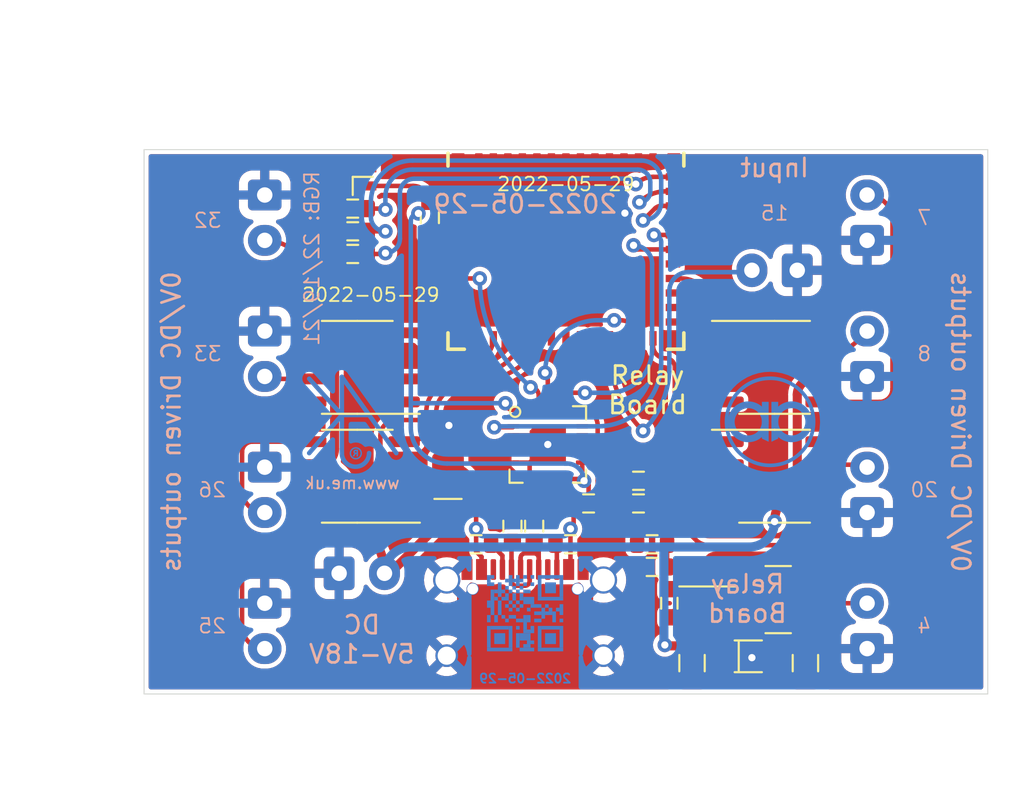
<source format=kicad_pcb>
(kicad_pcb (version 20211014) (generator pcbnew)
  (title_block (title "Bell box controller") (date "${DATE}") (rev "2") (company "Adrian Kennard, Andrews & Arnold Ltd"))
  (layers (0 "F.Cu" signal) (31 "B.Cu" signal) (34 "B.Paste" user) (35 "F.Paste" user) (36 "B.SilkS" user "B.Silkscreen") (37 "F.SilkS" user "F.Silkscreen") (38 "B.Mask" user) (39 "F.Mask" user) (44 "Edge.Cuts" user))
  (property "DATE" "2022-05-29")
  (net 0 "")
  (net 1 "GND")
  (net 2 "+3V3")
  (net 3 "VBUS")
  (net 4 "+12V")
  (net 6 "Net-(J1-PadA5)")
  (net 7 "Net-(J1-PadB5)")
  (net 9 "D-")
  (net 10 "D+")
  (net 11 "OUT1")
  (net 12 "OUT4")
  (net 13 "OUT3")
  (net 14 "O")
  (net 15 "I")
  (net 16 "OUT2")
  (net 24 "EN")
  (net 30 "BOOT")
  (net 31 "Net-(D1-Pad2)")
  (net 32 "Net-(D1-Pad3)")
  (net 33 "Net-(D1-Pad4)")
  (net 34 "OUT8")
  (net 35 "OUT7")
  (net 36 "OUT6")
  (net 37 "OUT5")
  (net 38 "O1")
  (net 39 "G")
  (net 40 "B")
  (net 41 "R")
  (net 42 "Net-(R2-Pad2)")
  (net 43 "O2")
  (net 48 "O5")
  (net 49 "O6")
  (net 51 "O3")
  (net 52 "O4")
  (net 55 "O7")
  (net 56 "O8")
  (net 60 "Net-(J1-PadA6)")
  (net 61 "Net-(J1-PadA7)")
  (net 62 "Net-(R11-Pad2)")
  (net 66 "I1")
  (footprint "RevK:Molex_MiniSPOX_H2RA" (layer "F.Cu") (at 88.15 41.75 -90)
    (fp_text reference "J4" hide)
    (fp_text value "O2")
  )
  (footprint "RevK:ESP32-PICO-MINI-02" (layer "F.Cu") (at 104.75 36)
    (fp_text reference "U1" hide)
    (fp_text value "ESP32-PICO-MINI-02")
  )
  (footprint "RevK:Hidden" (layer "F.Cu") (at 110.45 55.5 90)
    (fp_text reference "C2" hide)
    (fp_text value "0.1uF")
  )
  (footprint "RevK:QFN-20-1EP_4x4mm_P0.5mm_EP2.5x2.5mm" (layer "F.Cu") (at 103.75 46.75)
    (fp_text reference "U2" hide)
    (fp_text value "FT231XQ")
  )
  (footprint "RevK:Hidden" (layer "F.Cu") (at 111.7 58.8 90)
    (fp_text reference "C3" hide)
    (fp_text value "2.2uF")
  )
  (footprint "RevK:C_0603" (layer "F.Cu") (at 108.75 50)
    (fp_text reference "C1" hide)
    (fp_text value "0.1uF")
  )
  (footprint "RevK:R_0603" (layer "F.Cu") (at 105 52.25 180)
    (fp_text reference "R5" hide)
    (fp_text value "5K1")
  )
  (footprint "RevK:Hidden" (layer "F.Cu") (at 114.83 58.42)
    (fp_text reference "D3" hide)
    (fp_text value "Schottky")
  )
  (footprint "Package_SO:SO-8_3.9x4.9mm_P1.27mm" (layer "F.Cu") (at 116.25 42.5)
    (fp_text reference "U6" hide)
    (fp_text value "ISL89410")
  )
  (footprint "RevK:R_0603" (layer "F.Cu") (at 109.5 53.5)
    (fp_text reference "R12" hide)
    (fp_text value "30k 1% or NF")
  )
  (footprint "RevK:USC16-TR-Round" (layer "F.Cu") (at 102.5 60.5)
    (fp_text reference "J1" hide)
    (fp_text value "USB-C")
  )
  (footprint "RevK:Molex_MiniSPOX_H2RA" (layer "F.Cu") (at 88.15 34.25 -90)
    (fp_text reference "J3" hide)
    (fp_text value "O1")
  )
  (footprint "RevK:Hidden" (layer "F.Cu") (at 116.45 55.25)
    (fp_text reference "L1" hide)
    (fp_text value "6.8uH")
  )
  (footprint "RevK:R_0603" (layer "F.Cu") (at 109.5 52.25)
    (fp_text reference "R11" hide)
    (fp_text value "100k 1% or 0R")
  )
  (footprint "RevK:R_0603" (layer "F.Cu") (at 106 50)
    (fp_text reference "R2" hide)
    (fp_text value "4k7")
  )
  (footprint "Package_SO:SO-8_3.9x4.9mm_P1.27mm" (layer "F.Cu") (at 93.25 48.5 180)
    (fp_text reference "U5" hide)
    (fp_text value "ISL89410")
  )
  (footprint "RevK:Molex_MiniSPOX_H2RA" (layer "F.Cu") (at 121.35 34.25 90)
    (fp_text reference "J10" hide)
    (fp_text value "O8")
  )
  (footprint "RevK:D_1206" (layer "F.Cu") (at 98.25 49.25 90)
    (fp_text reference "D2" hide)
    (fp_text value "D")
  )
  (footprint "RevK:RegulatorBlockFB" (layer "F.Cu") (at 112.55 55.25)
    (fp_text reference "U7" hide)
    (fp_text value "LMR16006+FB")
  )
  (footprint "RevK:R_0603" (layer "F.Cu") (at 108.75 48.75)
    (fp_text reference "R3" hide)
    (fp_text value "10k")
  )
  (footprint "RevK:Molex_MiniSPOX_H2RA" (layer "F.Cu") (at 116.25 37.15 180)
    (fp_text reference "J11" hide)
    (fp_text value "O1")
  )
  (footprint "RevK:Molex_MiniSPOX_H2RA" (layer "F.Cu") (at 93.5 53.85)
    (fp_text reference "J2" hide)
    (fp_text value "POWER")
  )
  (footprint "RevK:R_0603" (layer "F.Cu") (at 93 35)
    (fp_text reference "R9" hide)
    (fp_text value "2K")
  )
  (footprint "RevK:Molex_MiniSPOX_H2RA" (layer "F.Cu") (at 88.15 56.75 -90)
    (fp_text reference "J6" hide)
    (fp_text value "O4")
  )
  (footprint "RevK:Molex_MiniSPOX_H2RA" (layer "F.Cu") (at 121.35 56.75 90)
    (fp_text reference "J7" hide)
    (fp_text value "O5")
  )
  (footprint "Package_SO:SO-8_3.9x4.9mm_P1.27mm" (layer "F.Cu") (at 116.25 48.5)
    (fp_text reference "U4" hide)
    (fp_text value "ISL89410")
  )
  (footprint "RevK:Molex_MiniSPOX_H2RA" (layer "F.Cu") (at 121.35 41.75 90)
    (fp_text reference "J9" hide)
    (fp_text value "O7")
  )
  (footprint "RevK:Molex_MiniSPOX_H2RA" (layer "F.Cu") (at 121.35 49.25 90)
    (fp_text reference "J8" hide)
    (fp_text value "O6")
  )
  (footprint "RevK:R_0603" (layer "F.Cu") (at 93 33.75)
    (fp_text reference "R8" hide)
    (fp_text value "680R")
  )
  (footprint "RevK:R_0603" (layer "F.Cu") (at 101.8 51.25 90)
    (fp_text reference "R6" hide)
    (fp_text value "27R")
  )
  (footprint "RevK:R_0603" (layer "F.Cu") (at 97.25 34.25 90)
    (fp_text reference "R1" hide)
    (fp_text value "10k")
  )
  (footprint "RevK:R_0603" (layer "F.Cu") (at 103 51.25 -90)
    (fp_text reference "R7" hide)
    (fp_text value "27R")
  )
  (footprint "RevK:LED-RGB-1.6x1.6" (layer "F.Cu") (at 93 32)
    (fp_text reference "D1" hide)
    (fp_text value "LED_RGBA")
  )
  (footprint "RevK:Molex_MiniSPOX_H2RA" (layer "F.Cu") (at 88.15 49.25 -90)
    (fp_text reference "J5" hide)
    (fp_text value "O3")
  )
  (footprint "RevK:R_0603" (layer "F.Cu") (at 99.8 52.25 180)
    (fp_text reference "R4" hide)
    (fp_text value "5K1")
  )
  (footprint "RevK:R_0603" (layer "F.Cu") (at 93 36.25)
    (fp_text reference "R10" hide)
    (fp_text value "220R")
  )
  (footprint "RevK:Hidden" (layer "F.Cu") (at 117.95 58.8 90)
    (fp_text reference "C4" hide)
    (fp_text value "10uF")
  )
  (footprint "Package_SO:SO-8_3.9x4.9mm_P1.27mm" (layer "F.Cu") (at 93.25 42.5 180)
    (fp_text reference "U3" hide)
    (fp_text value "ISL89410")
  )
  (footprint "RevK:AA" (layer "B.Cu") (at 116 45.5 180)
    (fp_text reference "U8" hide)
    (fp_text value "AA" hide)
  )
  (footprint "RevK:AJK" (layer "B.Cu") (at 92.4 45.125 180)
    (fp_text reference "AJK1" hide)
    (fp_text value "AJK" hide)
  )
  (footprint "RevK:QR-SS" (layer "B.Cu") (at 102.5 56.05 180)
    (fp_text reference "U9" hide)
    (fp_text value "QR" hide)
  )
  (gr_line (start 81.5 60.5) (end 81.5 30.5) (layer "Edge.Cuts") (width 0.05))
  (gr_line (start 81.5 60.5) (end 128 60.5) (layer "Edge.Cuts") (width 0.05))
  (gr_line (start 81.5 30.5) (end 128 30.5) (layer "Edge.Cuts") (width 0.05))
  (gr_line (start 128 30.5) (end 128 60.5) (layer "Edge.Cuts") (width 0.05))
  (gr_text "4" (at 124.5 56.75) (layer "B.SilkS") (effects (font (size 0.8 0.8) (thickness 0.1)) (justify mirror)))
  (gr_text "20" (at 124.5 49.25) (layer "B.SilkS") (effects (font (size 0.8 0.8) (thickness 0.1)) (justify mirror)))
  (gr_text "${DATE}" (at 102.5 33.5) (layer "B.SilkS") (effects (font (size 1 1)) (justify mirror)))
  (gr_text "0V/DC Driven outputs" (at 83 45.5 90) (layer "B.SilkS") (effects (font (size 1 1)) (justify mirror)))
  (gr_text "26" (at 85.25 49.25) (layer "B.SilkS") (effects (font (size 0.8 0.8) (thickness 0.1)) (justify mirror)))
  (gr_text "25" (at 85.25 56.75) (layer "B.SilkS") (effects (font (size 0.8 0.8) (thickness 0.1)) (justify mirror)))
  (gr_text "8" (at 124.5 41.75) (layer "B.SilkS") (effects (font (size 0.8 0.8) (thickness 0.1)) (justify mirror)))
  (gr_text "DC\n5V-18V" (at 93.5 57.5) (layer "B.SilkS") (effects (font (size 1 1)) (justify mirror)))
  (gr_text "15" (at 116.25 34) (layer "B.SilkS") (effects (font (size 0.8 0.8) (thickness 0.1)) (justify mirror)))
  (gr_text "RGB: 22/19/21" (at 90.75 36.5 90) (layer "B.SilkS") (effects (font (size 0.8 0.8) (thickness 0.1)) (justify mirror)))
  (gr_text "Relay\nBoard" (at 114.75 55.25) (layer "B.SilkS") (effects (font (size 1 1)) (justify mirror)))
  (gr_text "32" (at 85 34.4) (layer "B.SilkS") (effects (font (size 0.8 0.8) (thickness 0.1)) (justify mirror)))
  (gr_text "7" (at 124.5 34.25) (layer "B.SilkS") (effects (font (size 0.8 0.8) (thickness 0.1)) (justify mirror)))
  (gr_text "Input" (at 116.25 31.5) (layer "B.SilkS") (effects (font (size 1 1)) (justify mirror)))
  (gr_text "0V/DC Driven outputs" (at 126.5 45.5 270) (layer "B.SilkS") (effects (font (size 1 1)) (justify mirror)))
  (gr_text "33" (at 85 41.75) (layer "B.SilkS") (effects (font (size 0.8 0.8) (thickness 0.1)) (justify mirror)))
  (gr_text "${DATE}" (at 94 38.5) (layer "F.SilkS") (effects (font (size 0.75 0.75) (thickness 0.1))))
  (gr_text "Relay\nBoard" (at 109.25 43.75) (layer "F.SilkS") (effects (font (size 1 1))))
  (segment (start 101.85 47.75) (end 102.75 47.75) (width 0.25) (layer "F.Cu") (net 1))
  (segment (start 105.65 46.75) (end 103.75 46.75) (width 0.25) (layer "F.Cu") (net 1))
  (segment (start 101.85 47.25) (end 103.25 47.25) (width 0.25) (layer "F.Cu") (net 1))
  (segment (start 98.3 45.7) (end 96.354203 47.645797) (width 0.25) (layer "F.Cu") (net 1))
  (segment (start 102.75 48.65) (end 102.75 47.75) (width 0.25) (layer "F.Cu") (net 1))
  (segment (start 116.3125 58.42) (end 115.08 58.42) (width 0.5) (layer "F.Cu") (net 1))
  (segment (start 101.85 46.25) (end 103.25 46.25) (width 0.25) (layer "F.Cu") (net 1))
  (segment (start 101.85 46.75) (end 103.75 46.75) (width 0.25) (layer "F.Cu") (net 1))
  (segment (start 103.25 46.25) (end 103.75 46.75) (width 0.25) (layer "F.Cu") (net 1))
  (segment (start 102.75 47.75) (end 103.75 46.75) (width 0.25) (layer "F.Cu") (net 1))
  (via (at 115 58.5) (size 0.8) (drill 0.4) (layers "F.Cu" "B.Cu") (net 1))
  (via (at 108 34) (size 0.8) (drill 0.4) (layers "F.Cu" "B.Cu") (net 1))
  (via (at 98.3 45.7) (size 0.8) (drill 0.4) (layers "F.Cu" "B.Cu") (net 1))
  (via (at 103.75 46.75) (size 0.8) (drill 0.4) (layers "F.Cu" "B.Cu") (net 1))
  (arc (start 115.08 58.42) (mid 115.023431 58.443431) (end 115 58.5) (width 0.5) (layer "F.Cu") (net 1))
  (arc (start 96.354203 47.645797) (mid 96.111402 47.808031) (end 95.825 47.865) (width 0.25) (layer "F.Cu") (net 1))
  (segment (start 102.75 44.85) (end 101.85 44.85) (width 0.25) (layer "F.Cu") (net 2))
  (segment (start 108.675 50.7) (end 108.675 50.925) (width 0.25) (layer "F.Cu") (net 2))
  (segment (start 106.583217 50.975) (end 108.625 50.975) (width 0.25) (layer "F.Cu") (net 2))
  (segment (start 117.2 52.3) (end 112.624264 52.3) (width 0.25) (layer "F.Cu") (net 2))
  (segment (start 101.431962 44.573157) (end 101.431962 44.493551) (width 0.25) (layer "F.Cu") (net 2))
  (segment (start 97.20912 33.425) (end 96.620205 34.013915) (width 0.25) (layer "F.Cu") (net 2))
  (segment (start 105.65 47.25) (end 105.65 47.75) (width 0.25) (layer "F.Cu") (net 2))
  (segment (start 105.65 47.75) (end 105.65 48.65) (width 0.25) (layer "F.Cu") (net 2))
  (segment (start 98.85 33.6) (end 97.425 33.6) (width 0.25) (layer "F.Cu") (net 2))
  (segment (start 93.875 32.5) (end 96.325 32.5) (width 0.25) (layer "F.Cu") (net 2))
  (segment (start 118 55.25) (end 118 53.1) (width 0.25) (layer "F.Cu") (net 2))
  (segment (start 104.75 48.65) (end 105.65 48.65) (width 0.25) (layer "F.Cu") (net 2))
  (segment (start 101.431962 44.493551) (end 101.412911 44.4745) (width 0.25) (layer "F.Cu") (net 2))
  (segment (start 108.675 51.325) (end 108.675 52.25) (width 0.25) (layer "F.Cu") (net 2))
  (segment (start 108.675 50.925) (end 108.675 51.325) (width 0.25) (layer "F.Cu") (net 2))
  (segment (start 97.25 33.425) (end 97.20912 33.425) (width 0.25) (layer "F.Cu") (net 2))
  (segment (start 111.9 52) (end 111.7 51.8) (width 0.25) (layer "F.Cu") (net 2))
  (segment (start 106 49) (end 106 50.391783) (width 0.25) (layer "F.Cu") (net 2))
  (segment (start 108.75 51.4) (end 110.734315 51.4) (width 0.25) (layer "F.Cu") (net 2))
  (via (at 105.75 48.75) (size 0.8) (drill 0.4) (layers "F.Cu" "B.Cu") (net 2))
  (via (at 96.620205 34.013915) (size 0.8) (drill 0.4) (layers "F.Cu" "B.Cu") (net 2))
  (via (at 101.412911 44.4745) (size 0.8) (drill 0.4) (layers "F.Cu" "B.Cu") (net 2))
  (arc (start 101.85 44.85) (mid 101.599993 44.774161) (end 101.431962 44.573157) (width 0.25) (layer "F.Cu") (net 2))
  (arc (start 108.625 50.975) (mid 108.660355 50.960355) (end 108.675 50.925) (width 0.25) (layer "F.Cu") (net 2))
  (arc (start 106 50.391783) (mid 106.17082 50.80418) (end 106.583217 50.975) (width 0.25) (layer "F.Cu") (net 2))
  (arc (start 108.75 51.4) (mid 108.696967 51.378033) (end 108.675 51.325) (width 0.25) (layer "F.Cu") (net 2))
  (arc (start 105.65 48.65) (mid 105.679289 48.720711) (end 105.75 48.75) (width 0.25) (layer "F.Cu") (net 2))
  (arc (start 107.975 50) (mid 108.469975 50.205025) (end 108.675 50.7) (width 0.25) (layer "F.Cu") (net 2))
  (arc (start 117.95 55.3) (mid 117.985355 55.285355) (end 118 55.25) (width 0.25) (layer "F.Cu") (net 2))
  (arc (start 118 53.1) (mid 117.765685 52.534315) (end 117.2 52.3) (width 0.25) (layer "F.Cu") (net 2))
  (arc (start 105.75 48.75) (mid 105.926777 48.823223) (end 106 49) (width 0.25) (layer "F.Cu") (net 2))
  (arc (start 97.425 33.6) (mid 97.301256 33.548744) (end 97.25 33.425) (width 0.25) (layer "F.Cu") (net 2))
  (arc (start 96.325 32.5) (mid 96.979074 32.770926) (end 97.25 33.425) (width 0.25) (layer "F.Cu") (net 2))
  (arc (start 111.7 51.8) (mid 111.25694 51.503957) (end 110.734315 51.4) (width 0.25) (layer "F.Cu") (net 2))
  (arc (start 112.624264 52.3) (mid 112.232295 52.222033) (end 111.9 52) (width 0.25) (layer "F.Cu") (net 2))
  (segment (start 98.2 47.8) (end 104.7 47.8) (width 0.25) (layer "B.Cu") (net 2))
  (segment (start 104.7 47.8) (end 104.8 47.8) (width 0.25) (layer "B.Cu") (net 2))
  (segment (start 101.412911 44.4745) (end 96.2745 44.4745) (width 0.25) (layer "B.Cu") (net 2))
  (segment (start 96.2 45.8) (end 96.2 44.4) (width 0.25) (layer "B.Cu") (net 2))
  (segment (start 96.2 34.43412) (end 96.2 44.4) (width 0.25) (layer "B.Cu") (net 2))
  (arc (start 98.2 47.8) (mid 96.785786 47.214214) (end 96.2 45.8) (width 0.25) (layer "B.Cu") (net 2))
  (arc (start 104.8 47.8) (mid 105.471751 48.078249) (end 105.75 48.75) (width 0.25) (layer "B.Cu") (net 2))
  (arc (start 96.2745 44.4745) (mid 96.221821 44.452679) (end 96.2 44.4) (width 0.25) (layer "B.Cu") (net 2))
  (arc (start 96.620205 34.013915) (mid 96.323075 34.13699) (end 96.2 34.43412) (width 0.25) (layer "B.Cu") (net 2))
  (segment (start 99.8 49.4) (end 99.8 51.4) (width 0.25) (layer "F.Cu") (net 3))
  (segment (start 99.8 52.641783) (end 99.8 51.4) (width 0.25) (layer "F.Cu") (net 3))
  (segment (start 105 51.4) (end 105 53.54) (width 0.25) (layer "F.Cu") (net 3))
  (segment (start 105.175 50) (end 105.175 51.225) (width 0.25) (layer "F.Cu") (net 3))
  (segment (start 100.1 53.64) (end 100.1 52.941783) (width 0.25) (layer "F.Cu") (net 3))
  (segment (start 100.1 52.941783) (end 99.8 52.641783) (width 0.25) (layer "F.Cu") (net 3))
  (segment (start 105 53.54) (end 104.9 53.64) (width 0.25) (layer "F.Cu") (net 3))
  (via (at 105 51.4) (size 0.8) (drill 0.4) (layers "F.Cu" "B.Cu") (net 3))
  (via (at 99.8 51.4) (size 0.8) (drill 0.4) (layers "F.Cu" "B.Cu") (net 3))
  (arc (start 98.25 47.85) (mid 99.346016 48.303984) (end 99.8 49.4) (width 0.25) (layer "F.Cu") (net 3))
  (arc (start 105.175 51.225) (mid 105.123744 51.348744) (end 105 51.4) (width 0.25) (layer "F.Cu") (net 3))
  (segment (start 100.2 51.8) (end 104.6 51.8) (width 0.25) (layer "B.Cu") (net 3))
  (arc (start 99.8 51.4) (mid 99.917157 51.682843) (end 100.2 51.8) (width 0.25) (layer "B.Cu") (net 3))
  (arc (start 104.6 51.8) (mid 104.882843 51.682843) (end 105 51.4) (width 0.25) (layer "B.Cu") (net 3))
  (segment (start 93.75 51.5) (end 93.795405 51.545405) (width 0.5) (layer "F.Cu") (net 4))
  (segment (start 117.5 44.007151) (end 117.5 48.262849) (width 0.5) (layer "F.Cu") (net 4))
  (segment (start 91.127849 41.865) (end 90.675 41.865) (width 0.5) (layer "F.Cu") (net 4))
  (segment (start 93.466192 51.216193) (end 93.75 51.5) (width 0.5) (layer "F.Cu") (net 4))
  (segment (start 111.7 57.85) (end 110.32071 57.85) (width 0.5) (layer "F.Cu") (net 4))
  (segment (start 118.825 43.135) (end 118.372151 43.135) (width 0.5) (layer "F.Cu") (net 4))
  (segment (start 118.372151 49.135) (end 118.825 49.135) (width 0.5) (layer "F.Cu") (net 4))
  (segment (start 118.825 49.135) (end 118.115 49.135) (width 0.5) (layer "F.Cu") (net 4))
  (segment (start 90.675 47.865) (end 91.127849 47.865) (width 0.5) (layer "F.Cu") (net 4))
  (segment (start 111.6 56.6) (end 112.55 56.6) (width 0.25) (layer "F.Cu") (net 4))
  (segment (start 92 46.992849) (end 92 42.737151) (width 0.5) (layer "F.Cu") (net 4))
  (segment (start 98.25 50.65) (end 95.262132 53.637868) (width 0.5) (layer "F.Cu") (net 4))
  (via (at 110.2 57.8) (size 0.8) (drill 0.4) (layers "F.Cu" "B.Cu") (net 4))
  (via (at 116.25 51) (size 0.8) (drill 0.4) (layers "F.Cu" "B.Cu") (net 4))
  (arc (start 117.5 48.262849) (mid 117.755447 48.879553) (end 118.372151 49.135) (width 0.5) (layer "F.Cu") (net 4))
  (arc (start 118.115 49.135) (mid 116.796246 49.681246) (end 116.25 51) (width 0.5) (layer "F.Cu") (net 4))
  (arc (start 92.75 49.487151) (mid 92.936132 50.422902) (end 93.466192 51.216193) (width 0.5) (layer "F.Cu") (net 4))
  (arc (start 92 42.737151) (mid 91.744553 42.120447) (end 91.127849 41.865) (width 0.5) (layer "F.Cu") (net 4))
  (arc (start 91.127849 47.865) (mid 92.274883 48.340117) (end 92.75 49.487151) (width 0.5) (layer "F.Cu") (net 4))
  (arc (start 91.127849 47.865) (mid 91.744553 47.609553) (end 92 46.992849) (width 0.5) (layer "F.Cu") (net 4))
  (arc (start 95.262132 53.637868) (mid 95.027163 53.794869) (end 94.75 53.85) (width 0.5) (layer "F.Cu") (net 4))
  (arc (start 110.32071 57.85) (mid 110.255382 57.837005) (end 110.2 57.8) (width 0.5) (layer "F.Cu") (net 4))
  (arc (start 93.795405 51.545405) (mid 94.501908 52.602762) (end 94.75 53.85) (width 0.5) (layer "F.Cu") (net 4))
  (arc (start 118.372151 43.135) (mid 117.755447 43.390447) (end 117.5 44.007151) (width 0.5) (layer "F.Cu") (net 4))
  (segment (start 110.15 52.4) (end 114.85 52.4) (width 0.5) (layer "B.Cu") (net 4))
  (segment (start 96.2 52.4) (end 110.15 52.4) (width 0.5) (layer "B.Cu") (net 4))
  (segment (start 110.15 57.75) (end 110.15 52.4) (width 0.5) (layer "B.Cu") (net 4))
  (arc (start 110.2 57.8) (mid 110.164645 57.785355) (end 110.15 57.75) (width 0.5) (layer "B.Cu") (net 4))
  (arc (start 114.85 52.4) (mid 115.839949 51.989949) (end 116.25 51) (width 0.5) (layer "B.Cu") (net 4))
  (arc (start 96.2 52.4) (mid 95.174695 52.824695) (end 94.75 53.85) (width 0.5) (layer "B.Cu") (net 4))
  (segment (start 101.25 52.875) (end 101.25 53.64) (width 0.25) (layer "F.Cu") (net 6))
  (segment (start 100.625 52.25) (end 101.25 52.875) (width 0.25) (layer "F.Cu") (net 6))
  (segment (start 104.25 52.325) (end 104.25 53.64) (width 0.25) (layer "F.Cu") (net 7))
  (segment (start 104.175 52.25) (end 104.25 52.325) (width 0.25) (layer "F.Cu") (net 7))
  (segment (start 101.8 50.441783) (end 101.8 50.425) (width 0.25) (layer "F.Cu") (net 9))
  (segment (start 104.25 48.65) (end 104.25 50.15) (width 0.25) (layer "F.Cu") (net 9))
  (segment (start 103.2 51.2) (end 102.558217 51.2) (width 0.25) (layer "F.Cu") (net 9))
  (arc (start 102.558217 51.2) (mid 102.022077 50.977923) (end 101.8 50.441783) (width 0.25) (layer "F.Cu") (net 9))
  (arc (start 104.25 50.15) (mid 103.942462 50.892462) (end 103.2 51.2) (width 0.25) (layer "F.Cu") (net 9))
  (segment (start 103.75 48.65) (end 103.75 49.675) (width 0.25) (layer "F.Cu") (net 10))
  (arc (start 103.75 49.675) (mid 103.53033 50.20533) (end 103 50.425) (width 0.25) (layer "F.Cu") (net 10))
  (segment (start 99.95 40.9) (end 99.95 41.1) (width 0.25) (layer "F.Cu") (net 11))
  (segment (start 99.35 41.7) (end 98.065685 41.7) (width 0.25) (layer "F.Cu") (net 11))
  (segment (start 97.1 41.3) (end 96.798051 40.998051) (width 0.25) (layer "F.Cu") (net 11))
  (arc (start 96.798051 40.998051) (mid 96.351611 40.69975) (end 95.825 40.595) (width 0.25) (layer "F.Cu") (net 11))
  (arc (start 98.065685 41.7) (mid 97.54306 41.596043) (end 97.1 41.3) (width 0.25) (layer "F.Cu") (net 11))
  (arc (start 99.95 41.1) (mid 99.774264 41.524264) (end 99.35 41.7) (width 0.25) (layer "F.Cu") (net 11))
  (segment (start 102.032493 41.666528) (end 101.564016 42.135006) (width 0.25) (layer "F.Cu") (net 12))
  (segment (start 95.825 49.135) (end 95.483392 49.135) (width 0.25) (layer "F.Cu") (net 12))
  (segment (start 99.687946 42.7) (end 100.2 42.7) (width 0.25) (layer "F.Cu") (net 12))
  (segment (start 95.4 45.4) (end 96.6 45.4) (width 0.25) (layer "F.Cu") (net 12))
  (segment (start 94.524196 48.175804) (end 94.524196 46.275804) (width 0.25) (layer "F.Cu") (net 12))
  (segment (start 97.539694 43.77629) (end 97.857992 43.457992) (width 0.25) (layer "F.Cu") (net 12))
  (arc (start 100.2 42.7) (mid 100.9382 42.553163) (end 101.564016 42.135006) (width 0.25) (layer "F.Cu") (net 12))
  (arc (start 96.6 45.4) (mid 96.922456 45.266434) (end 97.056022 44.943978) (width 0.25) (layer "F.Cu") (net 12))
  (arc (start 102.35 40.9) (mid 102.267483 41.314842) (end 102.032493 41.666528) (width 0.25) (layer "F.Cu") (net 12))
  (arc (start 94.524196 46.275804) (mid 94.780713 45.656517) (end 95.4 45.4) (width 0.25) (layer "F.Cu") (net 12))
  (arc (start 95.483392 49.135) (mid 94.805138 48.854058) (end 94.524196 48.175804) (width 0.25) (layer "F.Cu") (net 12))
  (arc (start 97.056022 44.943978) (mid 97.181724 44.31203) (end 97.539694 43.77629) (width 0.25) (layer "F.Cu") (net 12))
  (arc (start 97.857992 43.457992) (mid 98.697582 42.896996) (end 99.687946 42.7) (width 0.25) (layer "F.Cu") (net 12))
  (segment (start 102.65 42.05) (end 102.56066 42.13934) (width 0.25) (layer "F.Cu") (net 13))
  (segment (start 96.005 46.595) (end 95.825 46.595) (width 0.25) (layer "F.Cu") (net 13))
  (segment (start 98.3 43.7) (end 98.024264 43.975736) (width 0.25) (layer "F.Cu") (net 13))
  (segment (start 102.690381 42.00962) (end 102.65 42.05) (width 0.25) (layer "F.Cu") (net 13))
  (segment (start 100 43.2) (end 99.507106 43.2) (width 0.25) (layer "F.Cu") (net 13))
  (arc (start 98.024264 43.975736) (mid 97.710263 44.445672) (end 97.6 45) (width 0.25) (layer "F.Cu") (net 13))
  (arc (start 102.56066 42.13934) (mid 101.385819 42.924343) (end 100 43.2) (width 0.25) (layer "F.Cu") (net 13))
  (arc (start 97.6 45) (mid 97.132835 46.127835) (end 96.005 46.595) (width 0.25) (layer "F.Cu") (net 13))
  (arc (start 99.507106 43.2) (mid 98.853825 43.329946) (end 98.3 43.7) (width 0.25) (layer "F.Cu") (net 13))
  (arc (start 103.15 40.9) (mid 103.030549 41.500522) (end 102.690381 42.00962) (width 0.25) (layer "F.Cu") (net 13))
  (segment (start 100.8 45.8) (end 101.8 45.8) (width 0.25) (layer "F.Cu") (net 14))
  (segment (start 110.65 35.2) (end 109.6 35.2) (width 0.25) (layer "F.Cu") (net 14))
  (via (at 109.6 35.2) (size 0.8) (drill 0.4) (layers "F.Cu" "B.Cu") (net 14))
  (via (at 100.8 45.8) (size 0.8) (drill 0.4) (layers "F.Cu" "B.Cu") (net 14))
  (arc (start 101.8 45.8) (mid 101.835355 45.785355) (end 101.85 45.75) (width 0.25) (layer "F.Cu") (net 14))
  (segment (start 106.5 45.75) (end 100.85 45.75) (width 0.25) (layer "B.Cu") (net 14))
  (segment (start 110 35.6) (end 110 42.25) (width 0.25) (layer "B.Cu") (net 14))
  (arc (start 109.6 35.2) (mid 109.882843 35.317157) (end 110 35.6) (width 0.25) (layer "B.Cu") (net 14))
  (arc (start 110 42.25) (mid 108.974874 44.724874) (end 106.5 45.75) (width 0.25) (layer "B.Cu") (net 14))
  (arc (start 100.85 45.75) (mid 100.814645 45.764645) (end 100.8 45.8) (width 0.25) (layer "B.Cu") (net 14))
  (segment (start 104.25 44.85) (end 104.25 44.452672) (width 0.25) (layer "F.Cu") (net 15))
  (segment (start 108.703195 36) (end 108.4755 35.772305) (width 0.25) (layer "F.Cu") (net 15))
  (segment (start 110.65 36) (end 108.703195 36) (width 0.25) (layer "F.Cu") (net 15))
  (segment (start 104.802672 43.9) (end 105.8 43.9) (width 0.25) (layer "F.Cu") (net 15))
  (via (at 105.8 43.9) (size 0.8) (drill 0.4) (layers "F.Cu" "B.Cu") (net 15))
  (via (at 108.4755 35.772305) (size 0.8) (drill 0.4) (layers "F.Cu" "B.Cu") (net 15))
  (arc (start 104.25 44.452672) (mid 104.411874 44.061874) (end 104.802672 43.9) (width 0.25) (layer "F.Cu") (net 15))
  (segment (start 105.8 43.9) (end 107.1 43.9) (width 0.25) (layer "B.Cu") (net 15))
  (segment (start 109.5 41.5) (end 109.5 36.796805) (width 0.25) (layer "B.Cu") (net 15))
  (arc (start 107.1 43.9) (mid 108.797056 43.197056) (end 109.5 41.5) (width 0.25) (layer "B.Cu") (net 15))
  (arc (start 109.5 36.796805) (mid 109.199931 36.072374) (end 108.4755 35.772305) (width 0.25) (layer "B.Cu") (net 15))
  (segment (start 96.949818 43.135) (end 95.825 43.135) (width 0.25) (layer "F.Cu") (net 16))
  (segment (start 99.207106 42.2) (end 99.45 42.2) (width 0.25) (layer "F.Cu") (net 16))
  (arc (start 98 42.7) (mid 97.518172 43.021947) (end 96.949818 43.135) (width 0.25) (layer "F.Cu") (net 16))
  (arc (start 99.45 42.2) (mid 100.369239 41.819239) (end 100.75 40.9) (width 0.25) (layer "F.Cu") (net 16))
  (arc (start 99.207106 42.2) (mid 98.553825 42.329946) (end 98 42.7) (width 0.25) (layer "F.Cu") (net 16))
  (segment (start 100 37.6) (end 98.85 37.6) (width 0.25) (layer "F.Cu") (net 24))
  (segment (start 103.25 44.05) (end 103.25 44.85) (width 0.25) (layer "F.Cu") (net 24))
  (segment (start 97.25 35.075) (end 97.25 36) (width 0.25) (layer "F.Cu") (net 24))
  (via (at 100 37.6) (size 0.8) (drill 0.4) (layers "F.Cu" "B.Cu") (net 24))
  (via (at 102.8 43.6) (size 0.8) (drill 0.4) (layers "F.Cu" "B.Cu") (net 24))
  (arc (start 102.8 43.6) (mid 103.118198 43.731802) (end 103.25 44.05) (width 0.25) (layer "F.Cu") (net 24))
  (arc (start 97.25 36) (mid 97.718629 37.131371) (end 98.85 37.6) (width 0.25) (layer "F.Cu") (net 24))
  (segment (start 102.262742 43.062741) (end 102.8 43.6) (width 0.25) (layer "B.Cu") (net 24))
  (arc (start 100 37.6) (mid 100.588067 40.556414) (end 102.262742 43.062741) (width 0.25) (layer "B.Cu") (net 24))
  (segment (start 107.409653 39.903473) (end 107.753473 39.903473) (width 0.25) (layer "F.Cu") (net 30))
  (segment (start 103.75 42.95) (end 103.75 44.85) (width 0.25) (layer "F.Cu") (net 30))
  (segment (start 103.6 42.8) (end 103.75 42.95) (width 0.25) (layer "F.Cu") (net 30))
  (via (at 103.6 42.8) (size 0.8) (drill 0.4) (layers "F.Cu" "B.Cu") (net 30))
  (via (at 107.409653 39.903473) (size 0.8) (drill 0.4) (layers "F.Cu" "B.Cu") (net 30))
  (arc (start 107.753473 39.903473) (mid 108.458124 40.195349) (end 108.75 40.9) (width 0.25) (layer "F.Cu") (net 30))
  (segment (start 106.496527 39.903473) (end 107.409653 39.903473) (width 0.25) (layer "B.Cu") (net 30))
  (arc (start 103.6 42.8) (mid 104.448373 40.751846) (end 106.496527 39.903473) (width 0.25) (layer "B.Cu") (net 30))
  (segment (start 92.125 32.5) (end 92.125 33.7) (width 0.25) (layer "F.Cu") (net 31))
  (segment (start 92.125 33.7) (end 92.175 33.75) (width 0.25) (layer "F.Cu") (net 31))
  (segment (start 91.25 32.2) (end 91.25 34.075) (width 0.25) (layer "F.Cu") (net 32))
  (segment (start 92.125 31.5) (end 91.95 31.5) (width 0.25) (layer "F.Cu") (net 32))
  (arc (start 91.95 31.5) (mid 91.455025 31.705025) (end 91.25 32.2) (width 0.25) (layer "F.Cu") (net 32))
  (arc (start 91.25 34.075) (mid 91.520926 34.729074) (end 92.175 35) (width 0.25) (layer "F.Cu") (net 32))
  (segment (start 92.25 36.25) (end 92.175 36.25) (width 0.25) (layer "F.Cu") (net 33))
  (segment (start 93 32.2) (end 93 35.5) (width 0.25) (layer "F.Cu") (net 33))
  (segment (start 93.875 31.5) (end 93.7 31.5) (width 0.25) (layer "F.Cu") (net 33))
  (arc (start 93 35.5) (mid 92.78033 36.03033) (end 92.25 36.25) (width 0.25) (layer "F.Cu") (net 33))
  (arc (start 93.7 31.5) (mid 93.205025 31.705025) (end 93 32.2) (width 0.25) (layer "F.Cu") (net 33))
  (segment (start 112.25 43.5) (end 112.25 40) (width 0.25) (layer "F.Cu") (net 34))
  (segment (start 113.675 44.405) (end 113.155 44.405) (width 0.25) (layer "F.Cu") (net 34))
  (arc (start 112.25 40) (mid 111.781371 38.868629) (end 110.65 38.4) (width 0.25) (layer "F.Cu") (net 34))
  (arc (start 113.155 44.405) (mid 112.515068 44.139932) (end 112.25 43.5) (width 0.25) (layer "F.Cu") (net 34))
  (segment (start 114.376072 39.75) (end 113.25 39.75) (width 0.25) (layer "F.Cu") (net 35))
  (segment (start 113.675 41.865) (end 113.951072 41.865) (width 0.25) (layer "F.Cu") (net 35))
  (segment (start 115 40.816072) (end 115 40.373928) (width 0.25) (layer "F.Cu") (net 35))
  (segment (start 111.1 37.6) (end 110.65 37.6) (width 0.25) (layer "F.Cu") (net 35))
  (arc (start 115 40.373928) (mid 114.817256 39.932744) (end 114.376072 39.75) (width 0.25) (layer "F.Cu") (net 35))
  (arc (start 113.25 39.75) (mid 112.896447 39.603553) (end 112.75 39.25) (width 0.25) (layer "F.Cu") (net 35))
  (arc (start 113.951072 41.865) (mid 114.692776 41.557776) (end 115 40.816072) (width 0.25) (layer "F.Cu") (net 35))
  (arc (start 112.75 39.25) (mid 112.266726 38.083274) (end 111.1 37.6) (width 0.25) (layer "F.Cu") (net 35))
  (segment (start 113.675 47.865) (end 113.354497 47.865) (width 0.25) (layer "F.Cu") (net 36))
  (segment (start 110.65 39.2) (end 110.95 39.2) (width 0.25) (layer "F.Cu") (net 36))
  (segment (start 111.800489 40.050489) (end 111.800489 46.310992) (width 0.25) (layer "F.Cu") (net 36))
  (arc (start 113.354497 47.865) (mid 112.255647 47.409842) (end 111.800489 46.310992) (width 0.25) (layer "F.Cu") (net 36))
  (arc (start 110.95 39.2) (mid 111.551387 39.449102) (end 111.800489 40.050489) (width 0.25) (layer "F.Cu") (net 36))
  (segment (start 109.55 41.3) (end 109.55 40.9) (width 0.25) (layer "F.Cu") (net 37))
  (segment (start 110.75 47.48) (end 110.75 42.5) (width 0.25) (layer "F.Cu") (net 37))
  (arc (start 110.25 42) (mid 109.755025 41.794975) (end 109.55 41.3) (width 0.25) (layer "F.Cu") (net 37))
  (arc (start 113.675 50.405) (mid 111.606713 49.548287) (end 110.75 47.48) (width 0.25) (layer "F.Cu") (net 37))
  (arc (start 110.75 42.5) (mid 110.603553 42.146447) (end 110.25 42) (width 0.25) (layer "F.Cu") (net 37))
  (segment (start 90.675 38.025) (end 90.675 40.595) (width 0.25) (layer "F.Cu") (net 38))
  (arc (start 88.15 35.5) (mid 89.935445 36.239555) (end 90.675 38.025) (width 0.25) (layer "F.Cu") (net 38))
  (segment (start 110.65 33.6) (end 110 33.6) (width 0.25) (layer "F.Cu") (net 39))
  (segment (start 109.658578 33.741421) (end 109 34.4) (width 0.25) (layer "F.Cu") (net 39))
  (segment (start 93.825 35) (end 94.8 35) (width 0.25) (layer "F.Cu") (net 39))
  (via (at 109 34.4) (size 0.8) (drill 0.4) (layers "F.Cu" "B.Cu") (net 39))
  (via (at 94.8 35) (size 0.8) (drill 0.4) (layers "F.Cu" "B.Cu") (net 39))
  (arc (start 110 33.6) (mid 109.815224 33.636754) (end 109.658578 33.741421) (width 0.25) (layer "F.Cu") (net 39))
  (segment (start 108.9 31.1) (end 96.3 31.1) (width 0.25) (layer "B.Cu") (net 39))
  (segment (start 110 33.4) (end 110 32.2) (width 0.25) (layer "B.Cu") (net 39))
  (segment (start 94 33.4) (end 94 34.2) (width 0.25) (layer "B.Cu") (net 39))
  (arc (start 109 34.4) (mid 109.707107 34.107107) (end 110 33.4) (width 0.25) (layer "B.Cu") (net 39))
  (arc (start 96.3 31.1) (mid 94.673654 31.773654) (end 94 33.4) (width 0.25) (layer "B.Cu") (net 39))
  (arc (start 110 32.2) (mid 109.677817 31.422183) (end 108.9 31.1) (width 0.25) (layer "B.Cu") (net 39))
  (arc (start 94 34.2) (mid 94.234315 34.765685) (end 94.8 35) (width 0.25) (layer "B.Cu") (net 39))
  (segment (start 110.65 32) (end 109.565685 32) (width 0.25) (layer "F.Cu") (net 40))
  (segment (start 93.825 36.25) (end 94.75 36.25) (width 0.25) (layer "F.Cu") (net 40))
  (via (at 108.6 32.4) (size 0.8) (drill 0.4) (layers "F.Cu" "B.Cu") (net 40))
  (via (at 94.8 36.2) (size 0.8) (drill 0.4) (layers "F.Cu" "B.Cu") (net 40))
  (arc (start 94.75 36.25) (mid 94.785355 36.235355) (end 94.8 36.2) (width 0.25) (layer "F.Cu") (net 40))
  (arc (start 109.565685 32) (mid 109.04306 32.103957) (end 108.6 32.4) (width 0.25) (layer "F.Cu") (net 40))
  (segment (start 95.6 35.4) (end 95.6 32.9) (width 0.25) (layer "B.Cu") (net 40))
  (segment (start 108.3 32.1) (end 96.4 32.1) (width 0.25) (layer "B.Cu") (net 40))
  (arc (start 108.6 32.4) (mid 108.512132 32.187868) (end 108.3 32.1) (width 0.25) (layer "B.Cu") (net 40))
  (arc (start 94.8 36.2) (mid 95.365685 35.965685) (end 95.6 35.4) (width 0.25) (layer "B.Cu") (net 40))
  (arc (start 108.4 32.2) (mid 108.541421 32.258579) (end 108.6 32.4) (width 0.25) (layer "B.Cu") (net 40))
  (arc (start 96.4 32.1) (mid 95.834315 32.334315) (end 95.6 32.9) (width 0.25) (layer "B.Cu") (net 40))
  (segment (start 93.825 33.75) (end 94.75 33.75) (width 0.25) (layer "F.Cu") (net 41))
  (segment (start 110.65 32.8) (end 110.248528 32.8) (width 0.25) (layer "F.Cu") (net 41))
  (via (at 94.8 33.8) (size 0.8) (drill 0.4) (layers "F.Cu" "B.Cu") (net 41))
  (via (at 108.8 33.4) (size 0.8) (drill 0.4) (layers "F.Cu" "B.Cu") (net 41))
  (arc (start 110.248528 32.8) (mid 109.464591 32.955935) (end 108.8 33.4) (width 0.25) (layer "F.Cu") (net 41))
  (arc (start 94.75 33.75) (mid 94.785355 33.764645) (end 94.8 33.8) (width 0.25) (layer "F.Cu") (net 41))
  (segment (start 96.3 31.6) (end 108.7 31.6) (width 0.25) (layer "B.Cu") (net 41))
  (segment (start 94.8 33.8) (end 94.8 33.1) (width 0.25) (layer "B.Cu") (net 41))
  (segment (start 109.4 32.8) (end 109.4 32.3) (width 0.25) (layer "B.Cu") (net 41))
  (arc (start 109.4 32.3) (mid 109.194975 31.805025) (end 108.7 31.6) (width 0.25) (layer "B.Cu") (net 41))
  (arc (start 108.8 33.4) (mid 109.224264 33.224264) (end 109.4 32.8) (width 0.25) (layer "B.Cu") (net 41))
  (arc (start 94.8 33.1) (mid 95.23934 32.03934) (end 96.3 31.6) (width 0.25) (layer "B.Cu") (net 41))
  (segment (start 106.5 45.702672) (end 106.5 48.75) (width 0.25) (layer "F.Cu") (net 42))
  (segment (start 107.925 48.75) (end 106.5 48.75) (width 0.25) (layer "F.Cu") (net 42))
  (segment (start 106.5 48.75) (end 106.5 49.675) (width 0.25) (layer "F.Cu") (net 42))
  (segment (start 104.75 44.85) (end 105.647328 44.85) (width 0.25) (layer "F.Cu") (net 42))
  (arc (start 105.647328 44.85) (mid 106.250258 45.099742) (end 106.5 45.702672) (width 0.25) (layer "F.Cu") (net 42))
  (arc (start 106.5 49.675) (mid 106.59519 49.90481) (end 106.825 50) (width 0.25) (layer "F.Cu") (net 42))
  (segment (start 90.675 43.135) (end 88.285 43.135) (width 0.25) (layer "F.Cu") (net 43))
  (arc (start 88.285 43.135) (mid 88.189541 43.095459) (end 88.15 43) (width 0.25) (layer "F.Cu") (net 43))
  (segment (start 121.35 55.5) (end 120 55.5) (width 0.25) (layer "F.Cu") (net 48))
  (segment (start 119.5 55) (end 119.5 51.08) (width 0.25) (layer "F.Cu") (net 48))
  (arc (start 120 55.5) (mid 119.646447 55.353553) (end 119.5 55) (width 0.25) (layer "F.Cu") (net 48))
  (arc (start 119.5 51.08) (mid 119.302297 50.602703) (end 118.825 50.405) (width 0.25) (layer "F.Cu") (net 48))
  (segment (start 118.825 47.865) (end 121.215 47.865) (width 0.25) (layer "F.Cu") (net 49))
  (arc (start 121.215 47.865) (mid 121.310459 47.904541) (end 121.35 48) (width 0.25) (layer "F.Cu") (net 49))
  (segment (start 87.467507 46.595) (end 90.675 46.595) (width 0.25) (layer "F.Cu") (net 51))
  (segment (start 86.90048 49.25048) (end 86.90048 47.162027) (width 0.25) (layer "F.Cu") (net 51))
  (arc (start 86.90048 47.162027) (mid 87.066558 46.761078) (end 87.467507 46.595) (width 0.25) (layer "F.Cu") (net 51))
  (arc (start 88.15 50.5) (mid 87.266456 50.134024) (end 86.90048 49.25048) (width 0.25) (layer "F.Cu") (net 51))
  (segment (start 86.90048 53.69952) (end 86.90048 56.75048) (width 0.25) (layer "F.Cu") (net 52))
  (segment (start 91.87452 50.058448) (end 91.87452 50.751552) (width 0.25) (layer "F.Cu") (net 52))
  (segment (start 90.426072 52.2) (end 88.4 52.2) (width 0.25) (layer "F.Cu") (net 52))
  (segment (start 90.675 49.135) (end 90.951072 49.135) (width 0.25) (layer "F.Cu") (net 52))
  (arc (start 90.951072 49.135) (mid 91.604048 49.405472) (end 91.87452 50.058448) (width 0.25) (layer "F.Cu") (net 52))
  (arc (start 88.4 52.2) (mid 87.339679 52.639199) (end 86.90048 53.69952) (width 0.25) (layer "F.Cu") (net 52))
  (arc (start 91.87452 50.751552) (mid 91.450279 51.775759) (end 90.426072 52.2) (width 0.25) (layer "F.Cu") (net 52))
  (arc (start 86.90048 56.75048) (mid 87.266456 57.634024) (end 88.15 58) (width 0.25) (layer "F.Cu") (net 52))
  (segment (start 120.805244 41.044756) (end 121.35 40.5) (width 0.25) (layer "F.Cu") (net 55))
  (arc (start 118.825 41.865) (mid 119.8967 41.651826) (end 120.805244 41.044756) (width 0.25) (layer "F.Cu") (net 55))
  (segment (start 118.825 44.405) (end 122.032493 44.405) (width 0.25) (layer "F.Cu") (net 56))
  (segment (start 122.75 43.687493) (end 122.75 34.4) (width 0.25) (layer "F.Cu") (net 56))
  (arc (start 122.032493 44.405) (mid 122.539847 44.194847) (end 122.75 43.687493) (width 0.25) (layer "F.Cu") (net 56))
  (arc (start 122.75 34.4) (mid 122.339949 33.410051) (end 121.35 33) (width 0.25) (layer "F.Cu") (net 56))
  (segment (start 103.25 53.64) (end 103.25 52.325) (width 0.25) (layer "F.Cu") (net 60))
  (segment (start 102.25 53.004994) (end 102.25 53.64) (width 0.25) (layer "F.Cu") (net 60))
  (segment (start 102.990486 52.74548) (end 102.509514 52.74548) (width 0.25) (layer "F.Cu") (net 60))
  (arc (start 102.509514 52.74548) (mid 102.32601 52.82149) (end 102.25 53.004994) (width 0.25) (layer "F.Cu") (net 60))
  (arc (start 103.25 53.004994) (mid 103.17399 52.82149) (end 102.990486 52.74548) (width 0.25) (layer "F.Cu") (net 60))
  (arc (start 103.25 52.325) (mid 103.176777 52.148223) (end 103 52.075) (width 0.25) (layer "F.Cu") (net 60))
  (segment (start 102.490486 54.53452) (end 102.009514 54.53452) (width 0.25) (layer "F.Cu") (net 61))
  (segment (start 101.75 53.64) (end 101.75 52.125) (width 0.25) (layer "F.Cu") (net 61))
  (segment (start 101.75 54.275006) (end 101.75 53.64) (width 0.25) (layer "F.Cu") (net 61))
  (segment (start 102.75 53.64) (end 102.75 54.275006) (width 0.25) (layer "F.Cu") (net 61))
  (arc (start 102.009514 54.53452) (mid 101.82601 54.45851) (end 101.75 54.275006) (width 0.25) (layer "F.Cu") (net 61))
  (arc (start 102.75 54.275006) (mid 102.67399 54.45851) (end 102.490486 54.53452) (width 0.25) (layer "F.Cu") (net 61))
  (arc (start 101.75 52.125) (mid 101.764645 52.089645) (end 101.8 52.075) (width 0.25) (layer "F.Cu") (net 61))
  (segment (start 110.325 53.5) (end 111.2 53.5) (width 0.25) (layer "F.Cu") (net 62))
  (segment (start 110.325 52.25) (end 110.325 53.5) (width 0.25) (layer "F.Cu") (net 62))
  (arc (start 111.2 53.5) (mid 111.482843 53.617157) (end 111.6 53.9) (width 0.25) (layer "F.Cu") (net 62))
  (segment (start 107.15 41.533705) (end 107.15 40.9) (width 0.25) (layer "F.Cu") (net 66))
  (via (at 109 46) (size 0.8) (drill 0.4) (layers "F.Cu" "B.Cu") (net 66))
  (arc (start 109 46) (mid 107.630799 43.950847) (end 107.15 41.533705) (width 0.25) (layer "F.Cu") (net 66))
  (segment (start 110.449511 42.500571) (end 110.449511 38.300489) (width 0.25) (layer "B.Cu") (net 66))
  (segment (start 111.5 37.25) (end 114.9 37.25) (width 0.25) (layer "B.Cu") (net 66))
  (arc (start 110.449511 38.300489) (mid 110.757192 37.557681) (end 111.5 37.25) (width 0.25) (layer "B.Cu") (net 66))
  (arc (start 114.9 37.25) (mid 114.970711 37.220711) (end 115 37.15) (width 0.25) (layer "B.Cu") (net 66))
  (arc (start 109 46) (mid 110.072796 44.394448) (end 110.449511 42.500571) (width 0.25) (layer "B.Cu") (net 66))
  (zone (net 1) (net_name "GND") (layers F&B.Cu) (connect_pads thru_hole_only (clearance 0.25)) (min_thickness 0.25) (fill yes (thermal_gap 0.5) (thermal_bridge_width 0.5))
    (polygon (pts (xy 128 60.5) (xy 81.5 60.5) (xy 81.5 30.5) (xy 128 30.5)))
  )
)
</source>
